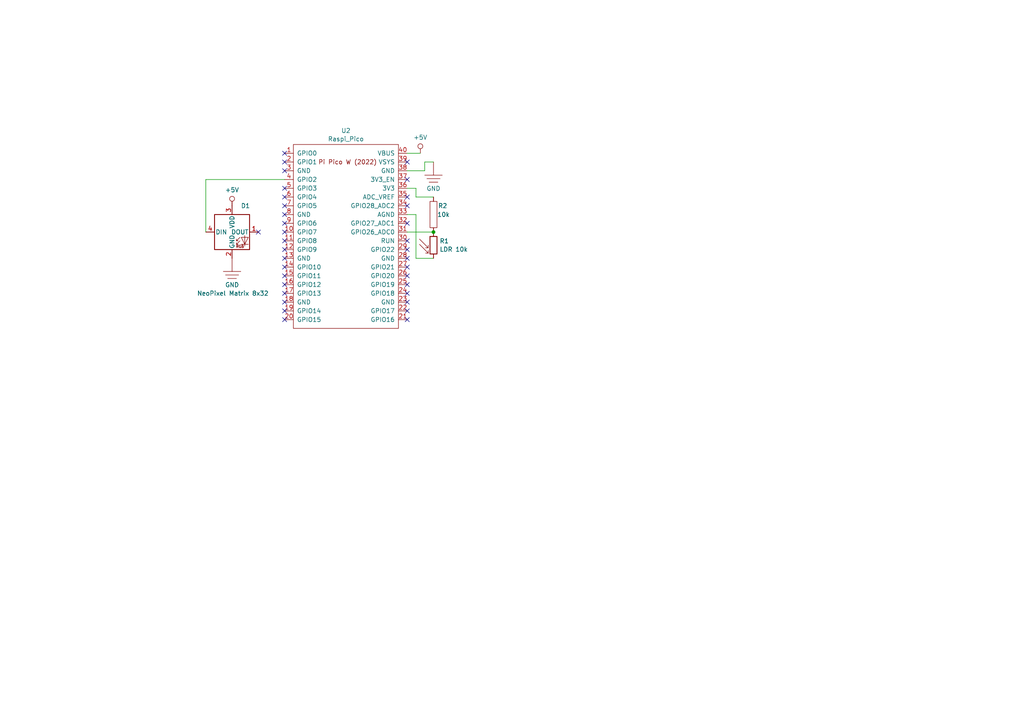
<source format=kicad_sch>
(kicad_sch (version 20250114) (generator "eeschema") (generator_version "9.0")
  (paper "A4")
  (lib_symbols
    (symbol "Sensor_Optical:LDR03" (pin_numbers (hide yes)) (pin_names (offset 0))
      (property "Reference" "R" (at -5.08 0 90))
      (property "Value" "LDR03" (at 1.905 0 90))
      (symbol "LDR03_0_1"
        (polyline (pts (xy -1.524 -0.762) (xy -4.064 1.778)))
        (polyline (pts (xy -1.524 -0.762) (xy -2.286 -0.762)))
        (polyline (pts (xy -1.524 -0.762) (xy -1.524 0)))
        (polyline (pts (xy -1.524 -2.286) (xy -4.064 0.254)))
        (polyline (pts (xy -1.524 -2.286) (xy -2.286 -2.286)))
        (polyline (pts (xy -1.524 -2.286) (xy -1.524 -1.524)))
        (rectangle (start -1.016 2.54) (end 1.016 -2.54) (stroke (width 0.254)))
      )
      (symbol "LDR03_1_1"
        (pin passive line (at 0 3.81 270) (length 1.27) (name "~") (number "1"))
        (pin passive line (at 0 -3.81 90) (length 1.27) (name "~") (number "2"))
      )
    )
    (symbol "weigu:+5V" (power) (pin_numbers (hide yes)) (pin_names (offset 0) (hide yes))
      (property "Value" "+5V" (at -0.254 4.064 0))
      (symbol "+5V_0_1"
        (circle (center 0 2.032) (radius 0.7112))
      )
      (symbol "+5V_1_1"
        (pin power_in line (at 0 0 90) (length 1.27) (name "+5V") (number "1"))
      )
    )
    (symbol "weigu:GND" (power) (pin_names (offset 0))
      (property "Value" "GND" (at 2.54 -2.54 0))
      (symbol "GND_0_1"
        (polyline (pts (xy -2.54 -3.81) (xy 2.54 -3.81)))
        (polyline (pts (xy -1.905 -4.826) (xy 1.905 -4.826)))
        (polyline (pts (xy -1.27 -5.842) (xy 1.27 -5.842)))
        (polyline (pts (xy 0 -3.81) (xy 0 0)))
      )
      (symbol "GND_1_1"
        (pin power_in line (at 0 0 270) (length 0) (hide yes) (name "GND") (number "1"))
      )
    )
    (symbol "weigu:NeoPixel_THT" (pin_names (offset 0.254))
      (property "Reference" "D" (at 5.08 5.715 0))
      (property "Value" "NeoPixel_THT" (at 1.27 -5.715 0))
      (symbol "NeoPixel_THT_0_0"
        (text "RGB" (at 2.286 -4.191 0) (effects (font (size 0.762 0.762))))
      )
      (symbol "NeoPixel_THT_0_1"
        (polyline (pts (xy 1.27 -2.54) (xy 1.778 -2.54)))
        (polyline (pts (xy 1.27 -3.556) (xy 1.778 -3.556)))
        (polyline (pts (xy 2.286 -1.524) (xy 1.27 -2.54) (xy 1.27 -2.032)))
        (polyline (pts (xy 2.286 -2.54) (xy 1.27 -3.556) (xy 1.27 -3.048)))
        (polyline (pts (xy 3.683 -1.016) (xy 3.683 -3.556) (xy 3.683 -4.064)))
        (polyline (pts (xy 4.699 -1.524) (xy 2.667 -1.524) (xy 3.683 -3.556) (xy 4.699 -1.524)))
        (polyline (pts (xy 4.699 -3.556) (xy 2.667 -3.556)))
        (rectangle (start 5.08 5.08) (end -5.08 -5.08) (stroke (width 0.254)))
      )
      (symbol "NeoPixel_THT_1_1"
        (pin input line (at -7.62 0 0) (length 2.54) (name "DIN") (number "4"))
        (pin power_in line (at 0 7.62 270) (length 2.54) (name "VDD") (number "3"))
        (pin power_in line (at 0 -7.62 90) (length 2.54) (name "GND") (number "2"))
        (pin output line (at 7.62 0 180) (length 2.54) (name "DOUT") (number "1"))
      )
    )
    (symbol "weigu:R" (pin_numbers (hide yes)) (pin_names (offset 0) (hide yes))
      (property "Reference" "R" (at 0 1.905 0))
      (property "Value" "R" (at 0 0 0))
      (symbol "R_0_1"
        (rectangle (start -3.81 1.016) (end 3.81 -1.016))
      )
      (symbol "R_1_1"
        (pin passive line (at -5.08 0 0) (length 1.27) (name "1") (number "1"))
        (pin passive line (at 5.08 0 180) (length 1.27) (name "2") (number "2"))
      )
    )
    (symbol "weigu:Raspi_Pico_W" (pin_names (offset 1.016))
      (property "Reference" "U" (at -13.97 27.94 0))
      (property "Value" "Raspi_Pico" (at 0 19.05 0))
      (symbol "Raspi_Pico_W_0_1"
        (rectangle (start -15.24 26.67) (end 15.24 -26.67))
      )
      (symbol "Raspi_Pico_W_1_1"
        (text "Pi Pico W (2022)" (at 0.508 21.59 0) (effects (font (size 1.27 1.27))))
        (pin bidirectional line (at -17.78 24.13 0) (length 2.54) (name "GPIO0") (number "1"))
        (pin bidirectional line (at -17.78 21.59 0) (length 2.54) (name "GPIO1") (number "2"))
        (pin power_in line (at -17.78 19.05 0) (length 2.54) (name "GND") (number "3"))
        (pin bidirectional line (at -17.78 16.51 0) (length 2.54) (name "GPIO2") (number "4"))
        (pin bidirectional line (at -17.78 13.97 0) (length 2.54) (name "GPIO3") (number "5"))
        (pin bidirectional line (at -17.78 11.43 0) (length 2.54) (name "GPIO4") (number "6"))
        (pin bidirectional line (at -17.78 8.89 0) (length 2.54) (name "GPIO5") (number "7"))
        (pin power_in line (at -17.78 6.35 0) (length 2.54) (name "GND") (number "8"))
        (pin bidirectional line (at -17.78 3.81 0) (length 2.54) (name "GPIO6") (number "9"))
        (pin bidirectional line (at -17.78 1.27 0) (length 2.54) (name "GPIO7") (number "10"))
        (pin bidirectional line (at -17.78 -1.27 0) (length 2.54) (name "GPIO8") (number "11"))
        (pin bidirectional line (at -17.78 -3.81 0) (length 2.54) (name "GPIO9") (number "12"))
        (pin power_in line (at -17.78 -6.35 0) (length 2.54) (name "GND") (number "13"))
        (pin bidirectional line (at -17.78 -8.89 0) (length 2.54) (name "GPIO10") (number "14"))
        (pin bidirectional line (at -17.78 -11.43 0) (length 2.54) (name "GPIO11") (number "15"))
        (pin bidirectional line (at -17.78 -13.97 0) (length 2.54) (name "GPIO12") (number "16"))
        (pin bidirectional line (at -17.78 -16.51 0) (length 2.54) (name "GPIO13") (number "17"))
        (pin power_in line (at -17.78 -19.05 0) (length 2.54) (name "GND") (number "18"))
        (pin bidirectional line (at -17.78 -21.59 0) (length 2.54) (name "GPIO14") (number "19"))
        (pin bidirectional line (at -17.78 -24.13 0) (length 2.54) (name "GPIO15") (number "20"))
        (pin power_out line (at 17.78 24.13 180) (length 2.54) (name "VBUS") (number "40"))
        (pin power_in line (at 17.78 21.59 180) (length 2.54) (name "VSYS") (number "39"))
        (pin power_in line (at 17.78 19.05 180) (length 2.54) (name "GND") (number "38"))
        (pin input line (at 17.78 16.51 180) (length 2.54) (name "3V3_EN") (number "37"))
        (pin power_out line (at 17.78 13.97 180) (length 2.54) (name "3V3") (number "36"))
        (pin passive line (at 17.78 11.43 180) (length 2.54) (name "ADC_VREF") (number "35"))
        (pin bidirectional line (at 17.78 8.89 180) (length 2.54) (name "GPIO28_ADC2") (number "34"))
        (pin power_in line (at 17.78 6.35 180) (length 2.54) (name "AGND") (number "33"))
        (pin bidirectional line (at 17.78 3.81 180) (length 2.54) (name "GPIO27_ADC1") (number "32"))
        (pin bidirectional line (at 17.78 1.27 180) (length 2.54) (name "GPIO26_ADC0") (number "31"))
        (pin input line (at 17.78 -1.27 180) (length 2.54) (name "RUN") (number "30"))
        (pin bidirectional line (at 17.78 -3.81 180) (length 2.54) (name "GPIO22") (number "29"))
        (pin power_in line (at 17.78 -6.35 180) (length 2.54) (name "GND") (number "28"))
        (pin bidirectional line (at 17.78 -8.89 180) (length 2.54) (name "GPIO21") (number "27"))
        (pin bidirectional line (at 17.78 -11.43 180) (length 2.54) (name "GPIO20") (number "26"))
        (pin bidirectional line (at 17.78 -13.97 180) (length 2.54) (name "GPIO19") (number "25"))
        (pin bidirectional line (at 17.78 -16.51 180) (length 2.54) (name "GPIO18") (number "24"))
        (pin power_in line (at 17.78 -19.05 180) (length 2.54) (name "GND") (number "23"))
        (pin bidirectional line (at 17.78 -21.59 180) (length 2.54) (name "GPIO17") (number "22"))
        (pin bidirectional line (at 17.78 -24.13 180) (length 2.54) (name "GPIO16") (number "21"))
      )
    )
  )
  (junction (at 125.73 67.31))
  (no_connect (at 82.55 62.23))
  (no_connect (at 82.55 82.55))
  (no_connect (at 82.55 46.99))
  (no_connect (at 82.55 44.45))
  (no_connect (at 82.55 87.63))
  (no_connect (at 118.11 72.39))
  (no_connect (at 82.55 77.47))
  (no_connect (at 118.11 59.69))
  (no_connect (at 118.11 85.09))
  (no_connect (at 118.11 64.77))
  (no_connect (at 118.11 82.55))
  (no_connect (at 82.55 74.93))
  (no_connect (at 82.55 85.09))
  (no_connect (at 82.55 64.77))
  (no_connect (at 118.11 80.01))
  (no_connect (at 118.11 57.15))
  (no_connect (at 82.55 92.71))
  (no_connect (at 82.55 67.31))
  (no_connect (at 82.55 72.39))
  (no_connect (at 82.55 57.15))
  (no_connect (at 82.55 54.61))
  (no_connect (at 82.55 59.69))
  (no_connect (at 118.11 90.17))
  (no_connect (at 74.93 67.31))
  (no_connect (at 82.55 90.17))
  (no_connect (at 118.11 69.85))
  (no_connect (at 118.11 87.63))
  (no_connect (at 118.11 74.93))
  (no_connect (at 82.55 69.85))
  (no_connect (at 118.11 46.99))
  (no_connect (at 118.11 92.71))
  (no_connect (at 82.55 80.01))
  (no_connect (at 118.11 52.07))
  (no_connect (at 118.11 77.47))
  (no_connect (at 82.55 49.53))
  (wire (pts (xy 125.73 74.93) (xy 120.65 74.93)))
  (wire (pts (xy 59.69 67.31) (xy 59.69 52.07)))
  (wire (pts (xy 118.11 54.61) (xy 120.65 54.61)))
  (wire (pts (xy 118.11 49.53) (xy 123.19 49.53)))
  (wire (pts (xy 123.19 46.99) (xy 125.73 46.99)))
  (wire (pts (xy 59.69 52.07) (xy 82.55 52.07)))
  (wire (pts (xy 120.65 74.93) (xy 120.65 62.23)))
  (wire (pts (xy 118.11 44.45) (xy 121.92 44.45)))
  (wire (pts (xy 118.11 67.31) (xy 125.73 67.31)))
  (wire (pts (xy 120.65 54.61) (xy 120.65 57.15)))
  (wire (pts (xy 123.19 49.53) (xy 123.19 46.99)))
  (wire (pts (xy 120.65 57.15) (xy 125.73 57.15)))
  (wire (pts (xy 120.65 62.23) (xy 118.11 62.23)))
  (symbol (lib_id "weigu:NeoPixel_THT") (at 67.31 67.31 0) (unit 1)
    (property "Reference" "D1" (at 69.85 59.69 0) (effects (justify left)))
    (property "Value" "NeoPixel Matrix 8x32" (at 57.15 85.09 0) (effects (justify left)))
    (property "Datasheet" "https://www.adafruit.com/product/1938" (effects (hide yes)))
  )
  (symbol (lib_id "weigu:GND") (at 125.73 46.99 0) (unit 1)
    (property "Reference" "#PWR05" (effects (hide yes)))
    (property "Value" "GND" (at 125.73 54.6862 0))
  )
  (symbol (lib_id "weigu:+5V") (at 121.92 44.45 0) (unit 1)
    (property "Reference" "#PWR06" (effects (hide yes)))
    (property "Value" "+5V" (at 121.92 39.8526 0))
  )
  (symbol (lib_id "weigu:Raspi_Pico_W") (at 100.33 68.58 0) (unit 1)
    (property "Reference" "U2" (at 100.33 37.8925 0))
    (property "Value" "Raspi_Pico" (at 100.33 40.3168 0))
    (property "Footprint" "RPi_Pico:RPi_Pico_SMD_TH" (effects (hide yes)))
  )
  (symbol (lib_id "weigu:R") (at 125.73 62.23 90) (unit 1)
    (property "Reference" "R2" (at 128.397 59.69 90))
    (property "Value" "10k" (at 128.6256 62.23 90))
  )
  (symbol (lib_id "weigu:GND") (at 67.31 74.93 0) (unit 1)
    (property "Reference" "#PWR01" (effects (hide yes)))
    (property "Value" "GND" (at 67.31 82.6262 0))
  )
  (symbol (lib_id "weigu:+5V") (at 67.31 59.69 0) (unit 1)
    (property "Reference" "#PWR02" (effects (hide yes)))
    (property "Value" "+5V" (at 67.31 55.0926 0))
  )
  (symbol (lib_id "Sensor_Optical:LDR03") (at 125.73 71.12 0) (unit 1)
    (property "Reference" "R1" (at 127.508 69.9078 0) (effects (justify left)))
    (property "Value" "LDR 10k" (at 127.508 72.3321 0) (effects (justify left)))
    (property "Footprint" "OptoDevice:R_LDR_10x8.5mm_P7.6mm_Vertical" (effects (hide yes)))
    (property "Datasheet" "http://www.elektronica-componenten.nl/WebRoot/StoreNL/Shops/61422969/54F1/BA0C/C664/31B9/2173/C0A8/2AB9/2AEF/LDR03IMP.pdf" (effects (hide yes)))
    (property "Description" "light dependent resistor" (effects (hide yes)))
  )
)
</source>
